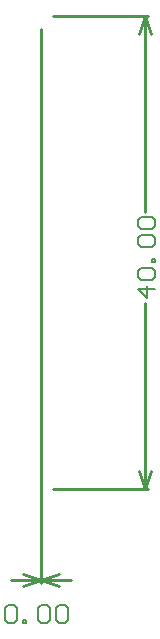
<source format=gm1>
G04*
G04 #@! TF.GenerationSoftware,Altium Limited,Altium Designer,22.0.2 (36)*
G04*
G04 Layer_Color=16711935*
%FSLAX25Y25*%
%MOIN*%
G70*
G04*
G04 #@! TF.SameCoordinates,42502384-103D-4A38-82C6-637D6536F92D*
G04*
G04*
G04 #@! TF.FilePolarity,Positive*
G04*
G01*
G75*
%ADD13C,0.00600*%
%ADD14C,0.01000*%
D13*
X441099Y79466D02*
X435101D01*
X438100Y76467D01*
Y80466D01*
X436101Y82465D02*
X435101Y83465D01*
Y85464D01*
X436101Y86464D01*
X440099D01*
X441099Y85464D01*
Y83465D01*
X440099Y82465D01*
X436101D01*
X441099Y88463D02*
X440099D01*
Y89463D01*
X441099D01*
Y88463D01*
X436101Y93462D02*
X435101Y94462D01*
Y96461D01*
X436101Y97461D01*
X440099D01*
X441099Y96461D01*
Y94462D01*
X440099Y93462D01*
X436101D01*
Y99460D02*
X435101Y100460D01*
Y102459D01*
X436101Y103459D01*
X440099D01*
X441099Y102459D01*
Y100460D01*
X440099Y99460D01*
X436101D01*
X390840Y-26898D02*
X391840Y-25898D01*
X393839D01*
X394839Y-26898D01*
Y-30896D01*
X393839Y-31896D01*
X391840D01*
X390840Y-30896D01*
Y-26898D01*
X396838Y-31896D02*
Y-30896D01*
X397838D01*
Y-31896D01*
X396838D01*
X401837Y-26898D02*
X402837Y-25898D01*
X404836D01*
X405836Y-26898D01*
Y-30896D01*
X404836Y-31896D01*
X402837D01*
X401837Y-30896D01*
Y-26898D01*
X407835D02*
X408835Y-25898D01*
X410834D01*
X411834Y-26898D01*
Y-30896D01*
X410834Y-31896D01*
X408835D01*
X407835Y-30896D01*
Y-26898D01*
D14*
X407039Y12823D02*
X438500D01*
X407039Y170303D02*
X438500D01*
X437500Y12823D02*
Y74867D01*
Y105059D02*
Y170303D01*
Y12823D02*
X439500Y18823D01*
X435500D02*
X437500Y12823D01*
X435500Y164303D02*
X437500Y170303D01*
X439500Y164303D01*
X402937Y-18500D02*
Y8721D01*
Y-18500D02*
Y166201D01*
Y-17500D02*
X412937D01*
X392937D02*
X402937D01*
X408937Y-19500D01*
X402937Y-17500D02*
X408937Y-15500D01*
X396937D02*
X402937Y-17500D01*
X396937Y-19500D02*
X402937Y-17500D01*
M02*

</source>
